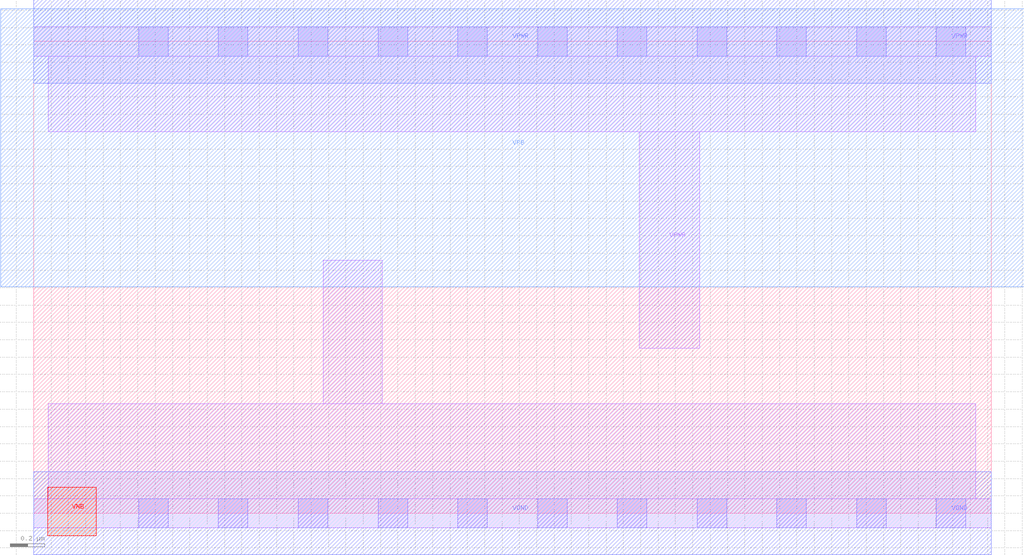
<source format=lef>
VERSION 5.7 ;
  NOWIREEXTENSIONATPIN ON ;
  DIVIDERCHAR "/" ;
  BUSBITCHARS "[]" ;
MACRO sky130_ef_sc_hd__decap_12
  CLASS BLOCK ;
  FOREIGN sky130_ef_sc_hd__decap_12 ;
  ORIGIN 0.000 0.000 ;
  SIZE 5.520 BY 2.720 ;
  PIN VGND
    DIRECTION INPUT ;
    USE GROUND ;
    PORT
      LAYER li1 ;
        RECT 1.670 0.630 2.010 1.460 ;
        RECT 0.085 0.085 5.430 0.630 ;
        RECT 0.000 -0.085 5.520 0.085 ;
      LAYER mcon ;
        RECT 0.605 -0.085 0.775 0.085 ;
        RECT 1.065 -0.085 1.235 0.085 ;
        RECT 1.525 -0.085 1.695 0.085 ;
        RECT 1.985 -0.085 2.155 0.085 ;
        RECT 2.445 -0.085 2.615 0.085 ;
        RECT 2.905 -0.085 3.075 0.085 ;
        RECT 3.365 -0.085 3.535 0.085 ;
        RECT 3.825 -0.085 3.995 0.085 ;
        RECT 4.285 -0.085 4.455 0.085 ;
        RECT 4.745 -0.085 4.915 0.085 ;
        RECT 5.205 -0.085 5.375 0.085 ;
      LAYER met1 ;
        RECT 0.000 -0.240 5.520 0.240 ;
    END
  END VGND
  PIN VNB
    DIRECTION INPUT ;
    PORT
      LAYER pwell ;
        RECT 0.080 -0.130 0.360 0.150 ;
    END
  END VNB
  PIN VPB
    DIRECTION INPUT ;
    PORT
      LAYER nwell ;
        RECT -0.190 1.305 5.710 2.910 ;
    END
  END VPB
  PIN VPWR
    DIRECTION INPUT ;
    USE POWER ;
    PORT
      LAYER li1 ;
        RECT 0.000 2.635 5.520 2.805 ;
        RECT 0.085 2.200 5.430 2.635 ;
        RECT 3.490 0.950 3.840 2.200 ;
      LAYER mcon ;
        RECT 0.605 2.635 0.775 2.805 ;
        RECT 1.065 2.635 1.235 2.805 ;
        RECT 1.525 2.635 1.695 2.805 ;
        RECT 1.985 2.635 2.155 2.805 ;
        RECT 2.445 2.635 2.615 2.805 ;
        RECT 2.905 2.635 3.075 2.805 ;
        RECT 3.365 2.635 3.535 2.805 ;
        RECT 3.825 2.635 3.995 2.805 ;
        RECT 4.285 2.635 4.455 2.805 ;
        RECT 4.745 2.635 4.915 2.805 ;
        RECT 5.205 2.635 5.375 2.805 ;
      LAYER met1 ;
        RECT 0.000 2.480 5.520 2.960 ;
    END
  END VPWR
END sky130_ef_sc_hd__decap_12
END LIBRARY


</source>
